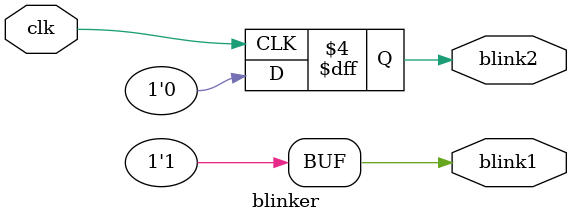
<source format=v>
`timescale 1ns / 1ps


module blinker ( output blink2, output blink1, input clk) ;
reg blink2=1 ;
reg blink1=1 ;
always @( posedge clk)
begin :COUNTER
 blink2 <=1;
 #100000000;
 blink2 <=0;
 #100000000;
 end  
 endmodule 
</source>
